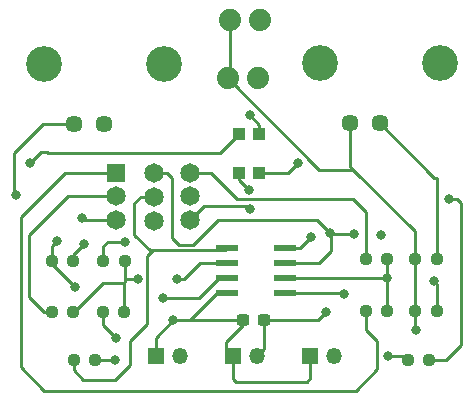
<source format=gbr>
%TF.GenerationSoftware,KiCad,Pcbnew,(5.99.0-9773-gf428ce03f2)*%
%TF.CreationDate,2021-05-10T10:20:15-04:00*%
%TF.ProjectId,D5XAMP_v4,44355841-4d50-45f7-9634-2e6b69636164,rev?*%
%TF.SameCoordinates,Original*%
%TF.FileFunction,Copper,L1,Top*%
%TF.FilePolarity,Positive*%
%FSLAX46Y46*%
G04 Gerber Fmt 4.6, Leading zero omitted, Abs format (unit mm)*
G04 Created by KiCad (PCBNEW (5.99.0-9773-gf428ce03f2)) date 2021-05-10 10:20:15*
%MOMM*%
%LPD*%
G01*
G04 APERTURE LIST*
G04 Aperture macros list*
%AMRoundRect*
0 Rectangle with rounded corners*
0 $1 Rounding radius*
0 $2 $3 $4 $5 $6 $7 $8 $9 X,Y pos of 4 corners*
0 Add a 4 corners polygon primitive as box body*
4,1,4,$2,$3,$4,$5,$6,$7,$8,$9,$2,$3,0*
0 Add four circle primitives for the rounded corners*
1,1,$1+$1,$2,$3*
1,1,$1+$1,$4,$5*
1,1,$1+$1,$6,$7*
1,1,$1+$1,$8,$9*
0 Add four rect primitives between the rounded corners*
20,1,$1+$1,$2,$3,$4,$5,0*
20,1,$1+$1,$4,$5,$6,$7,0*
20,1,$1+$1,$6,$7,$8,$9,0*
20,1,$1+$1,$8,$9,$2,$3,0*%
G04 Aperture macros list end*
%TA.AperFunction,SMDPad,CuDef*%
%ADD10RoundRect,0.237500X-0.250000X-0.237500X0.250000X-0.237500X0.250000X0.237500X-0.250000X0.237500X0*%
%TD*%
%TA.AperFunction,ComponentPad*%
%ADD11R,1.350000X1.350000*%
%TD*%
%TA.AperFunction,ComponentPad*%
%ADD12O,1.350000X1.350000*%
%TD*%
%TA.AperFunction,ComponentPad*%
%ADD13C,1.879600*%
%TD*%
%TA.AperFunction,SMDPad,CuDef*%
%ADD14R,1.099820X0.998220*%
%TD*%
%TA.AperFunction,ComponentPad*%
%ADD15C,1.650000*%
%TD*%
%TA.AperFunction,ComponentPad*%
%ADD16R,1.650000X1.650000*%
%TD*%
%TA.AperFunction,ComponentPad*%
%ADD17C,1.446000*%
%TD*%
%TA.AperFunction,ComponentPad*%
%ADD18C,3.015000*%
%TD*%
%TA.AperFunction,SMDPad,CuDef*%
%ADD19R,1.970000X0.600000*%
%TD*%
%TA.AperFunction,SMDPad,CuDef*%
%ADD20RoundRect,0.237500X-0.300000X-0.237500X0.300000X-0.237500X0.300000X0.237500X-0.300000X0.237500X0*%
%TD*%
%TA.AperFunction,SMDPad,CuDef*%
%ADD21RoundRect,0.237500X0.250000X0.237500X-0.250000X0.237500X-0.250000X-0.237500X0.250000X-0.237500X0*%
%TD*%
%TA.AperFunction,ViaPad*%
%ADD22C,0.800000*%
%TD*%
%TA.AperFunction,Conductor*%
%ADD23C,0.250000*%
%TD*%
G04 APERTURE END LIST*
D10*
%TO.P,R9,1*%
%TO.N,Net-(R9-Pad1)*%
X51287500Y-47480000D03*
%TO.P,R9,2*%
%TO.N,Net-(R10-Pad2)*%
X53112500Y-47480000D03*
%TD*%
%TO.P,R8,1*%
%TO.N,GND*%
X55477500Y-43080000D03*
%TO.P,R8,2*%
%TO.N,Input 2*%
X57302500Y-43080000D03*
%TD*%
D11*
%TO.P,J2,1,Pin_1*%
%TO.N,GND*%
X40070000Y-51340000D03*
D12*
%TO.P,J2,2,Pin_2*%
%TO.N,PWR*%
X42070000Y-51340000D03*
%TD*%
D13*
%TO.P,GREEN1,1,K*%
%TO.N,GND*%
X39630000Y-27800000D03*
%TO.P,GREEN1,2,A*%
%TO.N,Net-(GREEN1-Pad2)*%
X42170000Y-27800000D03*
%TD*%
D14*
%TO.P,R12,1*%
%TO.N,GREEN*%
X40530000Y-35800000D03*
%TO.P,R12,2*%
%TO.N,Net-(GREEN1-Pad2)*%
X42226720Y-35800000D03*
%TD*%
D13*
%TO.P,RED1,1,K*%
%TO.N,GND*%
X39790000Y-22900000D03*
%TO.P,RED1,2,A*%
%TO.N,Net-(RED1-Pad2)*%
X42330000Y-22900000D03*
%TD*%
D15*
%TO.P,U2,1,1*%
%TO.N,Net-(R7-Pad2)*%
X33360000Y-35840000D03*
D16*
%TO.P,U2,2,2*%
%TO.N,Net-(R9-Pad1)*%
X30180000Y-35810000D03*
D15*
%TO.P,U2,3,3*%
%TO.N,Net-(R11-Pad1)*%
X36450000Y-35790000D03*
%TO.P,U2,4,4*%
%TO.N,Net-(R6-Pad1)*%
X33360000Y-37840000D03*
%TO.P,U2,5,5*%
%TO.N,Net-(R2-Pad1)*%
X30180000Y-37810000D03*
%TO.P,U2,6,6*%
%TO.N,Net-(R4-Pad1)*%
X36450000Y-37790000D03*
%TO.P,U2,7,4*%
%TO.N,PWR*%
X33350000Y-39860000D03*
%TO.P,U2,8,5*%
%TO.N,RED*%
X30170000Y-39830000D03*
%TO.P,U2,9,6*%
%TO.N,GREEN*%
X36440000Y-39810000D03*
%TD*%
D11*
%TO.P,J3,1,Pin_1*%
%TO.N,GND*%
X46610000Y-51340000D03*
D12*
%TO.P,J3,2,Pin_2*%
%TO.N,Output 2*%
X48610000Y-51340000D03*
%TD*%
D10*
%TO.P,R4,1*%
%TO.N,Net-(R4-Pad1)*%
X29050000Y-43310000D03*
%TO.P,R4,2*%
%TO.N,Net-(R2-Pad2)*%
X30875000Y-43310000D03*
%TD*%
%TO.P,R2,1*%
%TO.N,Net-(R2-Pad1)*%
X24710000Y-47570000D03*
%TO.P,R2,2*%
%TO.N,Net-(R2-Pad2)*%
X26535000Y-47570000D03*
%TD*%
%TO.P,R3,1*%
%TO.N,GND*%
X29040000Y-47580000D03*
%TO.P,R3,2*%
%TO.N,Net-(R2-Pad2)*%
X30865000Y-47580000D03*
%TD*%
D17*
%TO.P,J5,1,In*%
%TO.N,GND*%
X49930000Y-31623732D03*
%TO.P,J5,2,Ext*%
%TO.N,Input 2*%
X52470000Y-31623732D03*
D18*
%TO.P,J5,3*%
%TO.N,N/C*%
X57550000Y-26543732D03*
%TO.P,J5,4*%
X47390000Y-26543732D03*
%TD*%
D19*
%TO.P,U1,1,Output1*%
%TO.N,Net-(R6-Pad1)*%
X39510000Y-42205000D03*
%TO.P,U1,2,-input1*%
%TO.N,Net-(R2-Pad2)*%
X39510000Y-43475000D03*
%TO.P,U1,3,+input1*%
%TO.N,Input 1*%
X39510000Y-44745000D03*
%TO.P,U1,4,VEE*%
%TO.N,GND*%
X39510000Y-46015000D03*
%TO.P,U1,5,+input2*%
%TO.N,Input 2*%
X44450000Y-46015000D03*
%TO.P,U1,6,-input2*%
%TO.N,Net-(R10-Pad2)*%
X44450000Y-44745000D03*
%TO.P,U1,7,Output2*%
%TO.N,Net-(R7-Pad2)*%
X44450000Y-43475000D03*
%TO.P,U1,8,VCC*%
%TO.N,PWR*%
X44450000Y-42205000D03*
%TD*%
D10*
%TO.P,R7,1*%
%TO.N,Output 2*%
X54837500Y-51630000D03*
%TO.P,R7,2*%
%TO.N,Net-(R7-Pad2)*%
X56662500Y-51630000D03*
%TD*%
D14*
%TO.P,R1,1*%
%TO.N,RED*%
X40581640Y-32520000D03*
%TO.P,R1,2*%
%TO.N,Net-(RED1-Pad2)*%
X42278360Y-32520000D03*
%TD*%
D10*
%TO.P,R11,1*%
%TO.N,Net-(R11-Pad1)*%
X51287500Y-43080000D03*
%TO.P,R11,2*%
%TO.N,Net-(R10-Pad2)*%
X53112500Y-43080000D03*
%TD*%
%TO.P,R10,1*%
%TO.N,GND*%
X55467500Y-47480000D03*
%TO.P,R10,2*%
%TO.N,Net-(R10-Pad2)*%
X57292500Y-47480000D03*
%TD*%
%TO.P,R6,1*%
%TO.N,Net-(R6-Pad1)*%
X26570000Y-51660000D03*
%TO.P,R6,2*%
%TO.N,Output 1*%
X28395000Y-51660000D03*
%TD*%
D17*
%TO.P,J4,1,In*%
%TO.N,GND*%
X26560000Y-31663732D03*
%TO.P,J4,2,Ext*%
%TO.N,Input 1*%
X29100000Y-31663732D03*
D18*
%TO.P,J4,3*%
%TO.N,N/C*%
X34180000Y-26583732D03*
%TO.P,J4,4*%
X24020000Y-26583732D03*
%TD*%
D20*
%TO.P,C1,1*%
%TO.N,GND*%
X40937500Y-48260000D03*
%TO.P,C1,2*%
%TO.N,PWR*%
X42662500Y-48260000D03*
%TD*%
D11*
%TO.P,J1,1,Pin_1*%
%TO.N,GND*%
X33530000Y-51340000D03*
D12*
%TO.P,J1,2,Pin_2*%
%TO.N,Output 1*%
X35530000Y-51340000D03*
%TD*%
D21*
%TO.P,R5,1*%
%TO.N,Input 1*%
X26535000Y-43290000D03*
%TO.P,R5,2*%
%TO.N,GND*%
X24710000Y-43290000D03*
%TD*%
D22*
%TO.N,PWR*%
X47910000Y-47560000D03*
X46690000Y-41280000D03*
%TO.N,GND*%
X26670000Y-45520000D03*
X35000000Y-48310000D03*
X55550000Y-49150000D03*
X25140000Y-41610000D03*
X30120000Y-49800000D03*
X21680000Y-37730000D03*
%TO.N,Output 1*%
X30080000Y-51690000D03*
%TO.N,Output 2*%
X53210000Y-51280000D03*
%TO.N,Input 1*%
X27450000Y-41820000D03*
X34100000Y-46380000D03*
%TO.N,Input 2*%
X49460000Y-46050000D03*
%TO.N,Net-(R2-Pad2)*%
X32030000Y-44810000D03*
X35330000Y-44810000D03*
%TO.N,Net-(R4-Pad1)*%
X30910000Y-41640000D03*
%TO.N,Net-(R7-Pad2)*%
X50320000Y-40990000D03*
X58300000Y-38070000D03*
X52620000Y-41080000D03*
X48235000Y-40905000D03*
%TO.N,Net-(R10-Pad2)*%
X53112500Y-44737500D03*
X57040000Y-44950000D03*
%TO.N,Net-(GREEN1-Pad2)*%
X45540000Y-34950000D03*
%TO.N,Net-(RED1-Pad2)*%
X41450000Y-30910000D03*
%TO.N,RED*%
X22840000Y-35000000D03*
X27250000Y-39660000D03*
%TO.N,GREEN*%
X41390000Y-37260000D03*
X41520000Y-38840000D03*
%TD*%
D23*
%TO.N,PWR*%
X42662500Y-48260000D02*
X42662500Y-50747500D01*
X45765000Y-42205000D02*
X46690000Y-41280000D01*
X47210000Y-48260000D02*
X47910000Y-47560000D01*
X44450000Y-42205000D02*
X45765000Y-42205000D01*
X42662500Y-50747500D02*
X42070000Y-51340000D01*
X42662500Y-48260000D02*
X47210000Y-48260000D01*
%TO.N,GND*%
X49930000Y-35230000D02*
X49930000Y-31623732D01*
X39790000Y-27640000D02*
X39630000Y-27800000D01*
X39510000Y-46015000D02*
X38685000Y-46015000D01*
X46610000Y-51340000D02*
X46610000Y-53170000D01*
X39500000Y-50110000D02*
X39500000Y-50770000D01*
X38685000Y-46015000D02*
X36535000Y-48165000D01*
X40070000Y-53250000D02*
X40070000Y-51340000D01*
X21510000Y-34100000D02*
X21510000Y-37560000D01*
X55477500Y-47470000D02*
X55467500Y-47480000D01*
X39500000Y-50770000D02*
X40070000Y-51340000D01*
X40937500Y-48260000D02*
X40937500Y-48672500D01*
X24710000Y-43290000D02*
X24710000Y-43560000D01*
X40310000Y-53490000D02*
X40070000Y-53250000D01*
X24710000Y-42040000D02*
X25140000Y-41610000D01*
X26560000Y-31663732D02*
X23946268Y-31663732D01*
X50240000Y-35540000D02*
X49930000Y-35230000D01*
X36390000Y-48310000D02*
X35000000Y-48310000D01*
X21510000Y-37560000D02*
X21680000Y-37730000D01*
X39630000Y-27800000D02*
X47370000Y-35540000D01*
X39790000Y-22900000D02*
X39790000Y-27640000D01*
X55467500Y-49067500D02*
X55550000Y-49150000D01*
X36630000Y-48260000D02*
X36535000Y-48165000D01*
X36535000Y-48165000D02*
X36390000Y-48310000D01*
X24710000Y-43560000D02*
X26670000Y-45520000D01*
X55477500Y-43080000D02*
X55477500Y-47470000D01*
X29040000Y-47580000D02*
X29040000Y-48720000D01*
X33530000Y-49780000D02*
X35000000Y-48310000D01*
X46610000Y-53170000D02*
X46290000Y-53490000D01*
X23946268Y-31663732D02*
X21510000Y-34100000D01*
X33530000Y-51340000D02*
X33530000Y-49780000D01*
X55477500Y-40777500D02*
X50240000Y-35540000D01*
X47370000Y-35540000D02*
X50240000Y-35540000D01*
X40937500Y-48260000D02*
X36630000Y-48260000D01*
X46290000Y-53490000D02*
X40310000Y-53490000D01*
X55467500Y-47480000D02*
X55467500Y-49067500D01*
X29040000Y-48720000D02*
X30120000Y-49800000D01*
X24710000Y-43290000D02*
X24710000Y-42040000D01*
X40937500Y-48672500D02*
X39500000Y-50110000D01*
X55477500Y-43080000D02*
X55477500Y-40777500D01*
%TO.N,Output 1*%
X30050000Y-51660000D02*
X30080000Y-51690000D01*
X28395000Y-51660000D02*
X30050000Y-51660000D01*
%TO.N,Output 2*%
X53210000Y-51280000D02*
X54487500Y-51280000D01*
X54487500Y-51280000D02*
X54837500Y-51630000D01*
%TO.N,Input 1*%
X26535000Y-43290000D02*
X26535000Y-42735000D01*
X37190000Y-46380000D02*
X34100000Y-46380000D01*
X39510000Y-44745000D02*
X38825000Y-44745000D01*
X26535000Y-42735000D02*
X27450000Y-41820000D01*
X38825000Y-44745000D02*
X37190000Y-46380000D01*
%TO.N,Input 2*%
X57086268Y-36240000D02*
X57280000Y-36240000D01*
X44450000Y-46015000D02*
X49425000Y-46015000D01*
X52470000Y-31623732D02*
X57086268Y-36240000D01*
X57280000Y-36240000D02*
X57302500Y-36262500D01*
X49425000Y-46015000D02*
X49460000Y-46050000D01*
X57302500Y-36262500D02*
X57302500Y-43080000D01*
%TO.N,Net-(R2-Pad2)*%
X30700000Y-45120000D02*
X30740000Y-45160000D01*
X30875000Y-44805000D02*
X30875000Y-43310000D01*
X35330000Y-44810000D02*
X35900000Y-44810000D01*
X30875000Y-45025000D02*
X30875000Y-44805000D01*
X30865000Y-45035000D02*
X30875000Y-45025000D01*
X30740000Y-45160000D02*
X30875000Y-45025000D01*
X30865000Y-47580000D02*
X30865000Y-45035000D01*
X32025000Y-44805000D02*
X32030000Y-44810000D01*
X37235000Y-43475000D02*
X39510000Y-43475000D01*
X26535000Y-47570000D02*
X26560000Y-47570000D01*
X35900000Y-44810000D02*
X37235000Y-43475000D01*
X29010000Y-45120000D02*
X30700000Y-45120000D01*
X26560000Y-47570000D02*
X29010000Y-45120000D01*
X30875000Y-44805000D02*
X32025000Y-44805000D01*
%TO.N,Net-(R2-Pad1)*%
X22820000Y-46320000D02*
X22820000Y-41090000D01*
X22820000Y-41090000D02*
X26100000Y-37810000D01*
X26100000Y-37810000D02*
X30180000Y-37810000D01*
X24710000Y-47570000D02*
X24070000Y-47570000D01*
X24070000Y-47570000D02*
X22820000Y-46320000D01*
%TO.N,Net-(R4-Pad1)*%
X29050000Y-43310000D02*
X29050000Y-42050000D01*
X29050000Y-42050000D02*
X29460000Y-41640000D01*
X29460000Y-41640000D02*
X30910000Y-41640000D01*
%TO.N,Net-(R6-Pad1)*%
X33360000Y-37840000D02*
X32280000Y-37840000D01*
X26570000Y-52510000D02*
X27390000Y-53330000D01*
X33240020Y-42380020D02*
X39334980Y-42380020D01*
X26570000Y-51660000D02*
X26570000Y-52510000D01*
X31710000Y-41090000D02*
X33000020Y-42380020D01*
X31360000Y-50040000D02*
X32800000Y-48600000D01*
X32800000Y-48600000D02*
X32800000Y-42820040D01*
X30090000Y-53330000D02*
X31360000Y-52060000D01*
X32280000Y-37840000D02*
X31710000Y-38410000D01*
X31710000Y-38410000D02*
X31710000Y-41090000D01*
X27390000Y-53330000D02*
X30090000Y-53330000D01*
X32800000Y-42820040D02*
X33240020Y-42380020D01*
X31360000Y-52060000D02*
X31360000Y-50040000D01*
X33000020Y-42380020D02*
X33240020Y-42380020D01*
X39334980Y-42380020D02*
X39510000Y-42205000D01*
%TO.N,Net-(R7-Pad2)*%
X59020000Y-38070000D02*
X58300000Y-38070000D01*
X34860000Y-41310000D02*
X35480000Y-41930000D01*
X47130000Y-39800000D02*
X48235000Y-40905000D01*
X58070000Y-51630000D02*
X59350000Y-50350000D01*
X48340000Y-41010000D02*
X48340000Y-42450000D01*
X59350000Y-38400000D02*
X59020000Y-38070000D01*
X33360000Y-35840000D02*
X34490000Y-35840000D01*
X38790000Y-39800000D02*
X47130000Y-39800000D01*
X48235000Y-40905000D02*
X48340000Y-41010000D01*
X59350000Y-50350000D02*
X59350000Y-38400000D01*
X48320000Y-40990000D02*
X48235000Y-40905000D01*
X35480000Y-41930000D02*
X36660000Y-41930000D01*
X34490000Y-35840000D02*
X34860000Y-36210000D01*
X47315000Y-43475000D02*
X44450000Y-43475000D01*
X56662500Y-51630000D02*
X58070000Y-51630000D01*
X36660000Y-41930000D02*
X38790000Y-39800000D01*
X34860000Y-36210000D02*
X34860000Y-41310000D01*
X50320000Y-40990000D02*
X48320000Y-40990000D01*
X48340000Y-42450000D02*
X47315000Y-43475000D01*
%TO.N,Net-(R10-Pad2)*%
X53112500Y-44962500D02*
X53112500Y-44737500D01*
X52895000Y-44745000D02*
X53112500Y-44962500D01*
X57292500Y-45202500D02*
X57292500Y-47480000D01*
X53112500Y-44737500D02*
X53112500Y-43080000D01*
X53112500Y-47480000D02*
X53112500Y-44962500D01*
X44450000Y-44745000D02*
X52895000Y-44745000D01*
X57040000Y-44950000D02*
X57292500Y-45202500D01*
%TO.N,Net-(R9-Pad1)*%
X22070000Y-52290000D02*
X24060000Y-54280000D01*
X30180000Y-35810000D02*
X25850000Y-35810000D01*
X52260000Y-50080000D02*
X51287500Y-49107500D01*
X22070000Y-39590000D02*
X22070000Y-52290000D01*
X52260000Y-52450000D02*
X52260000Y-50080000D01*
X25850000Y-35810000D02*
X22070000Y-39590000D01*
X50430000Y-54280000D02*
X52260000Y-52450000D01*
X24060000Y-54280000D02*
X50430000Y-54280000D01*
X51287500Y-49107500D02*
X51287500Y-47480000D01*
%TO.N,Net-(R11-Pad1)*%
X50210000Y-38030000D02*
X51287500Y-39107500D01*
X38180000Y-35790000D02*
X40420000Y-38030000D01*
X40420000Y-38030000D02*
X50210000Y-38030000D01*
X51287500Y-39107500D02*
X51287500Y-43080000D01*
X36450000Y-35790000D02*
X38180000Y-35790000D01*
%TO.N,Net-(GREEN1-Pad2)*%
X44690000Y-35800000D02*
X45540000Y-34950000D01*
X42226720Y-35800000D02*
X44690000Y-35800000D01*
%TO.N,Net-(RED1-Pad2)*%
X42278360Y-32520000D02*
X42278360Y-31738360D01*
X42278360Y-31738360D02*
X41450000Y-30910000D01*
%TO.N,RED*%
X24280000Y-34010000D02*
X23830000Y-34010000D01*
X40581640Y-32520000D02*
X38991640Y-34110000D01*
X30170000Y-39830000D02*
X27420000Y-39830000D01*
X38991640Y-34110000D02*
X24380000Y-34110000D01*
X24380000Y-34110000D02*
X24280000Y-34010000D01*
X27420000Y-39830000D02*
X27250000Y-39660000D01*
X23830000Y-34010000D02*
X22840000Y-35000000D01*
%TO.N,GREEN*%
X40530000Y-36400000D02*
X41390000Y-37260000D01*
X37600000Y-38650000D02*
X41330000Y-38650000D01*
X41330000Y-38650000D02*
X41520000Y-38840000D01*
X40530000Y-35800000D02*
X40530000Y-36400000D01*
X36440000Y-39810000D02*
X37600000Y-38650000D01*
%TD*%
M02*

</source>
